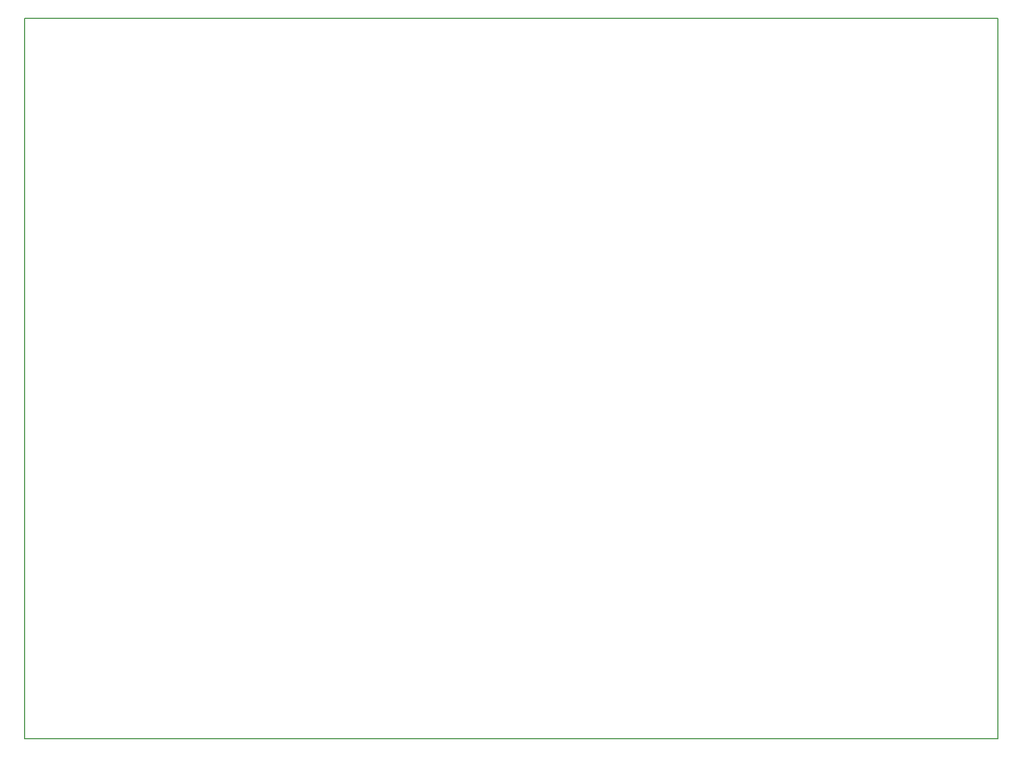
<source format=gbr>
G04 #@! TF.FileFunction,Profile,NP*
%FSLAX46Y46*%
G04 Gerber Fmt 4.6, Leading zero omitted, Abs format (unit mm)*
G04 Created by KiCad (PCBNEW 4.0.7) date Monday, October 14, 2019 'PMt' 08:24:28 PM*
%MOMM*%
%LPD*%
G01*
G04 APERTURE LIST*
%ADD10C,0.100000*%
%ADD11C,0.150000*%
G04 APERTURE END LIST*
D10*
D11*
X48260000Y-175000000D02*
X48260000Y-58420000D01*
X205740000Y-175000000D02*
X48260000Y-175000000D01*
X205740000Y-58420000D02*
X205740000Y-175000000D01*
X48260000Y-58420000D02*
X205740000Y-58420000D01*
M02*

</source>
